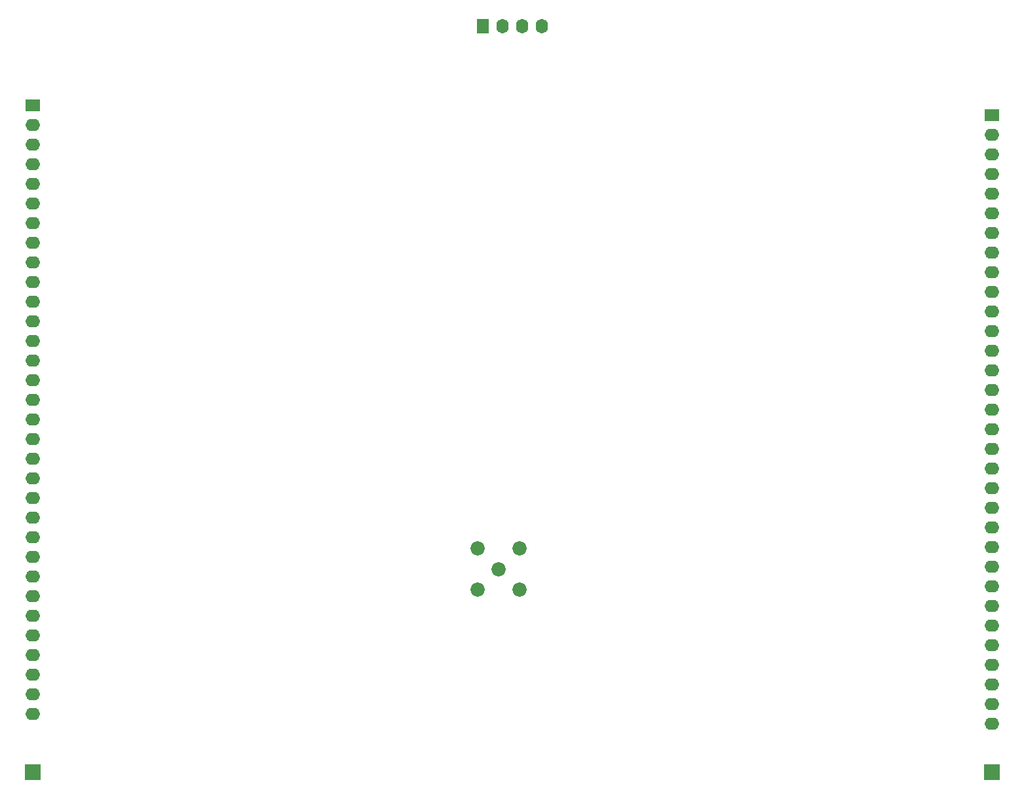
<source format=gbr>
G04 #@! TF.FileFunction,Soldermask,Bot*
%FSLAX46Y46*%
G04 Gerber Fmt 4.6, Leading zero omitted, Abs format (unit mm)*
G04 Created by KiCad (PCBNEW 4.0.2+dfsg1-stable) date Wed 06 Jul 2016 03:59:12 PM CEST*
%MOMM*%
G01*
G04 APERTURE LIST*
%ADD10C,0.100000*%
%ADD11C,1.846580*%
%ADD12R,1.879600X1.574800*%
%ADD13O,1.879600X1.574800*%
%ADD14R,1.574800X1.879600*%
%ADD15O,1.574800X1.879600*%
%ADD16R,2.082800X2.082800*%
G04 APERTURE END LIST*
D10*
D11*
X139750000Y-88750000D03*
X142450020Y-86049980D03*
X137049980Y-86049980D03*
X137049980Y-91450020D03*
X142450020Y-91450020D03*
D12*
X203500000Y-30000000D03*
D13*
X203500000Y-32540000D03*
X203500000Y-35080000D03*
X203500000Y-37620000D03*
X203500000Y-40160000D03*
X203500000Y-42700000D03*
X203500000Y-45240000D03*
X203500000Y-47780000D03*
X203500000Y-50320000D03*
X203500000Y-52860000D03*
X203500000Y-55400000D03*
X203500000Y-57940000D03*
X203500000Y-60480000D03*
X203500000Y-63020000D03*
X203500000Y-65560000D03*
X203500000Y-68100000D03*
X203500000Y-70640000D03*
X203500000Y-73180000D03*
X203500000Y-75720000D03*
X203500000Y-78260000D03*
X203500000Y-80800000D03*
X203500000Y-83340000D03*
X203500000Y-85880000D03*
X203500000Y-88420000D03*
X203500000Y-90960000D03*
X203500000Y-93500000D03*
X203500000Y-96040000D03*
X203500000Y-98580000D03*
X203500000Y-101120000D03*
X203500000Y-103660000D03*
X203500000Y-106200000D03*
X203500000Y-108740000D03*
D12*
X79500000Y-28750000D03*
D13*
X79500000Y-31290000D03*
X79500000Y-33830000D03*
X79500000Y-36370000D03*
X79500000Y-38910000D03*
X79500000Y-41450000D03*
X79500000Y-43990000D03*
X79500000Y-46530000D03*
X79500000Y-49070000D03*
X79500000Y-51610000D03*
X79500000Y-54150000D03*
X79500000Y-56690000D03*
X79500000Y-59230000D03*
X79500000Y-61770000D03*
X79500000Y-64310000D03*
X79500000Y-66850000D03*
X79500000Y-69390000D03*
X79500000Y-71930000D03*
X79500000Y-74470000D03*
X79500000Y-77010000D03*
X79500000Y-79550000D03*
X79500000Y-82090000D03*
X79500000Y-84630000D03*
X79500000Y-87170000D03*
X79500000Y-89710000D03*
X79500000Y-92250000D03*
X79500000Y-94790000D03*
X79500000Y-97330000D03*
X79500000Y-99870000D03*
X79500000Y-102410000D03*
X79500000Y-104950000D03*
X79500000Y-107490000D03*
D14*
X137700000Y-18500000D03*
D15*
X140240000Y-18500000D03*
X142780000Y-18500000D03*
X145320000Y-18500000D03*
D16*
X79500000Y-115000000D03*
X203500000Y-115000000D03*
M02*

</source>
